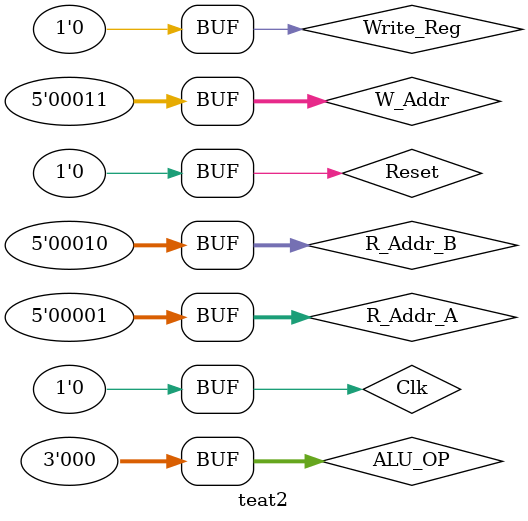
<source format=v>
`timescale 1ns / 1ps


module teat2;

	// Inputs
	reg Clk;
	reg Reset;
	reg [4:0] R_Addr_A;
	reg [4:0] R_Addr_B;
	reg [4:0] W_Addr;
	reg Write_Reg;
	reg [2:0] ALU_OP;

	// Outputs
	wire ZF;
	wire OF;
	wire R_Data_A;
	wire R_Data_B;
	wire W_Data;

	// Instantiate the Unit Under Test (UUT)
	ALU_REG uut (
		.Clk(Clk), 
		.Reset(Reset), 
		.R_Addr_A(R_Addr_A), 
		.R_Addr_B(R_Addr_B), 
		.W_Addr(W_Addr), 
		.Write_Reg(Write_Reg), 
		.ALU_OP(ALU_OP), 
		.ZF(ZF), 
		.OF(OF), 
		.R_Data_A(R_Data_A), 
		.R_Data_B(R_Data_B), 
		.W_Data(W_Data)
	);

	initial begin
		// Initialize Inputs
		Clk = 0;
		Reset = 0;
		R_Addr_A = 0;
		R_Addr_B = 0;
		W_Addr = 5'b00001;
		Write_Reg = 1;
		ALU_OP = 0;	
		#100;
		
		Clk = 0;
		Reset = 0;
		R_Addr_A = 0;
		R_Addr_B = 0;
		W_Addr = 5'b00010;
		Write_Reg = 1;
		ALU_OP = 0;	
		#100;
		
		Clk = 0;
		Reset = 0;
		R_Addr_A = 5'b00001;
		R_Addr_B = 5'b00010;
		W_Addr = 5'b00011;
		Write_Reg = 0;
		ALU_OP = 0;	
		#100;

	end
      
endmodule


</source>
